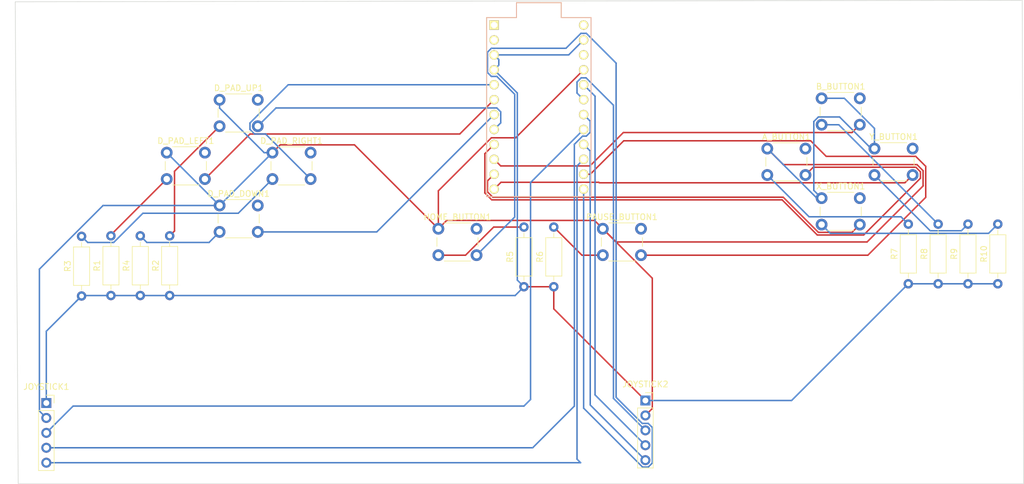
<source format=kicad_pcb>
(kicad_pcb (version 20221018) (generator pcbnew)
  (layers (0 "F.Cu" signal) (31 "B.Cu" signal) (34 "B.Paste" user) (35 "F.Paste" user) (36 "B.SilkS" user "B.Silkscreen") (37 "F.SilkS" user "F.Silkscreen") (38 "B.Mask" user) (39 "F.Mask" user) (44 "Edge.Cuts" user))
  (net 0 "")
  (net 1 "VCC")
  (net 2 "GND")
  (net 5 "/PIN_2")
  (net 6 "/PIN_3")
  (net 7 "/PIN_4")
  (net 8 "/PIN_5")
  (net 9 "/PIN_6")
  (net 10 "/PIN_7")
  (net 11 "/PIN_8")
  (net 12 "/PIN_9")
  (net 13 "/PIN_10")
  (net 14 "/PIN_16")
  (net 15 "/PIN_14")
  (net 16 "/PIN_15")
  (net 17 "/PIN_A0")
  (net 18 "/PIN_A1")
  (net 19 "/PIN_A2")
  (net 20 "/PIN_A3")
  (net 23 "Net-(A_BUTTON1-Pad2)")
  (net 24 "Net-(B_BUTTON1-Pad2)")
  (net 25 "Net-(D_PAD_DOWN1-Pad2)")
  (net 26 "Net-(D_PAD_LEFT1-Pad2)")
  (net 27 "Net-(D_PAD_RIGHT1-Pad2)")
  (net 28 "Net-(D_PAD_UP1-Pad2)")
  (net 29 "Net-(HOME_BUTTON1-Pad2)")
  (net 30 "Net-(PAUSE_BUTTON1-Pad2)")
  (net 31 "Net-(R9-Pad2)")
  (net 32 "Net-(R10-Pad2)")
  (footprint "Resistor_THT:R_Axial_DIN0207_L6.3mm_D2.5mm_P10.16mm_Horizontal" (layer "F.Cu") (at 72 70.16 90)
    (fp_text reference "R3" (at 5.08 -2.37 90) (layer "F.SilkS"))
    (fp_text value "R")
    (fp_line (start 1.04 0) (end 1.81 0) (stroke (width 0.12)) (layer "F.SilkS"))
    (fp_line (start 1.81 -1.37) (end 1.81 1.37) (stroke (width 0.12)) (layer "F.SilkS"))
    (fp_line (start 1.81 1.37) (end 8.35 1.37) (stroke (width 0.12)) (layer "F.SilkS"))
    (fp_line (start 8.35 -1.37) (end 1.81 -1.37) (stroke (width 0.12)) (layer "F.SilkS"))
    (fp_line (start 8.35 1.37) (end 8.35 -1.37) (stroke (width 0.12)) (layer "F.SilkS"))
    (fp_line (start 9.12 0) (end 8.35 0) (stroke (width 0.12)) (layer "F.SilkS"))
    (pad "1" thru_hole circle (at 0 0 90) (size 1.6 1.6) (drill 0.8) (layers "*.Cu" "*.Mask") (net 2 "GND"))
    (pad "2" thru_hole oval (at 10.16 0 90) (size 1.6 1.6) (drill 0.8) (layers "*.Cu" "*.Mask") (net 27 "Net-(D_PAD_RIGHT1-Pad2)"))
  )
  (footprint "Resistor_THT:R_Axial_DIN0207_L6.3mm_D2.5mm_P10.16mm_Horizontal" (layer "F.Cu") (at 217.84 68.08 90)
    (fp_text reference "R8" (at 5.08 -2.37 90) (layer "F.SilkS"))
    (fp_text value "R")
    (fp_line (start 1.04 0) (end 1.81 0) (stroke (width 0.12)) (layer "F.SilkS"))
    (fp_line (start 1.81 -1.37) (end 1.81 1.37) (stroke (width 0.12)) (layer "F.SilkS"))
    (fp_line (start 1.81 1.37) (end 8.35 1.37) (stroke (width 0.12)) (layer "F.SilkS"))
    (fp_line (start 8.35 -1.37) (end 1.81 -1.37) (stroke (width 0.12)) (layer "F.SilkS"))
    (fp_line (start 8.35 1.37) (end 8.35 -1.37) (stroke (width 0.12)) (layer "F.SilkS"))
    (fp_line (start 9.12 0) (end 8.35 0) (stroke (width 0.12)) (layer "F.SilkS"))
    (pad "1" thru_hole circle (at 0 0 90) (size 1.6 1.6) (drill 0.8) (layers "*.Cu" "*.Mask") (net 2 "GND"))
    (pad "2" thru_hole oval (at 10.16 0 90) (size 1.6 1.6) (drill 0.8) (layers "*.Cu" "*.Mask") (net 24 "Net-(B_BUTTON1-Pad2)"))
  )
  (footprint "controller:SW_PUSH_4_PIN" (layer "F.Cu") (at 160.75 58.71)
    (fp_text reference "PAUSE_BUTTON1" (at 3.25 -2) (layer "F.SilkS"))
    (fp_text value "1825910-6")
    (fp_line (start -0.25 1.5) (end -0.25 3) (stroke (width 0.12)) (layer "F.SilkS"))
    (fp_line (start 1 5.5) (end 5.5 5.5) (stroke (width 0.12)) (layer "F.SilkS"))
    (fp_line (start 5.5 -1) (end 1 -1) (stroke (width 0.12)) (layer "F.SilkS"))
    (fp_line (start 6.75 3) (end 6.75 1.5) (stroke (width 0.12)) (layer "F.SilkS"))
    (pad "1" thru_hole circle (at 0 0 90) (size 2 2) (drill 1.1) (layers "*.Cu" "*.Mask") (net 1 "VCC"))
    (pad "2" thru_hole circle (at 0 4.5 90) (size 2 2) (drill 1.1) (layers "*.Cu" "*.Mask") (net 30 "Net-(PAUSE_BUTTON1-Pad2)"))
    (pad "3" thru_hole circle (at 6.5 0 90) (size 2 2) (drill 1.1) (layers "*.Cu" "*.Mask"))
    (pad "4" thru_hole circle (at 6.5 4.5 90) (size 2 2) (drill 1.1) (layers "*.Cu" "*.Mask") (net 14 "/PIN_16"))
  )
  (footprint "controller:SW_PUSH_4_PIN" (layer "F.Cu") (at 95.5 36.75)
    (fp_text reference "D_PAD_UP1" (at 3.25 -2) (layer "F.SilkS"))
    (fp_text value "1825910-6")
    (fp_line (start -0.25 1.5) (end -0.25 3) (stroke (width 0.12)) (layer "F.SilkS"))
    (fp_line (start 1 5.5) (end 5.5 5.5) (stroke (width 0.12)) (layer "F.SilkS"))
    (fp_line (start 5.5 -1) (end 1 -1) (stroke (width 0.12)) (layer "F.SilkS"))
    (fp_line (start 6.75 3) (end 6.75 1.5) (stroke (width 0.12)) (layer "F.SilkS"))
    (pad "1" thru_hole circle (at 0 0 90) (size 2 2) (drill 1.1) (layers "*.Cu" "*.Mask") (net 1 "VCC"))
    (pad "2" thru_hole circle (at 0 4.5 90) (size 2 2) (drill 1.1) (layers "*.Cu" "*.Mask") (net 28 "Net-(D_PAD_UP1-Pad2)"))
    (pad "3" thru_hole circle (at 6.5 0 90) (size 2 2) (drill 1.1) (layers "*.Cu" "*.Mask"))
    (pad "4" thru_hole circle (at 6.5 4.5 90) (size 2 2) (drill 1.1) (layers "*.Cu" "*.Mask") (net 8 "/PIN_5"))
  )
  (footprint "Connector_PinSocket_2.54mm:PinSocket_1x05_P2.54mm_Vertical" (layer "F.Cu") (at 168 87.95)
    (fp_text reference "JOYSTICK2" (at 0 -2.77) (layer "F.SilkS"))
    (fp_text value "Conn_2Rows-05Pins")
    (fp_line (start -1.33 1.27) (end -1.33 11.49) (stroke (width 0.12)) (layer "F.SilkS"))
    (fp_line (start -1.33 1.27) (end 1.33 1.27) (stroke (width 0.12)) (layer "F.SilkS"))
    (fp_line (start -1.33 11.49) (end 1.33 11.49) (stroke (width 0.12)) (layer "F.SilkS"))
    (fp_line (start 0 -1.33) (end 1.33 -1.33) (stroke (width 0.12)) (layer "F.SilkS"))
    (fp_line (start 1.33 -1.33) (end 1.33 0) (stroke (width 0.12)) (layer "F.SilkS"))
    (fp_line (start 1.33 1.27) (end 1.33 11.49) (stroke (width 0.12)) (layer "F.SilkS"))
    (pad "1" thru_hole rect (at 0 0) (size 1.7 1.7) (drill 1) (layers "*.Cu" "*.Mask") (net 2 "GND"))
    (pad "2" thru_hole oval (at 0 2.54) (size 1.7 1.7) (drill 1) (layers "*.Cu" "*.Mask") (net 1 "VCC"))
    (pad "3" thru_hole oval (at 0 5.08) (size 1.7 1.7) (drill 1) (layers "*.Cu" "*.Mask") (net 19 "/PIN_A2"))
    (pad "4" thru_hole oval (at 0 7.62) (size 1.7 1.7) (drill 1) (layers "*.Cu" "*.Mask") (net 20 "/PIN_A3"))
    (pad "5" thru_hole oval (at 0 10.16) (size 1.7 1.7) (drill 1) (layers "*.Cu" "*.Mask") (net 16 "/PIN_15"))
  )
  (footprint "Arduino Pro Micro:ProMicro" (layer "F.Cu") (at 149.86 38 -90)
    (fp_text reference "U1" hide)
    (fp_text value "ProMicro")
    (fp_line (start -17.78 -3.81) (end -15.24 -3.81) (stroke (width 0.15)) (layer "B.SilkS"))
    (fp_line (start -17.78 3.81) (end -17.78 -3.81) (stroke (width 0.15)) (layer "B.SilkS"))
    (fp_line (start -15.24 -8.89) (end 15.24 -8.89) (stroke (width 0.15)) (layer "B.SilkS"))
    (fp_line (start -15.24 -3.81) (end -15.24 -8.89) (stroke (width 0.15)) (layer "B.SilkS"))
    (fp_line (start -15.24 3.81) (end -17.78 3.81) (stroke (width 0.15)) (layer "B.SilkS"))
    (fp_line (start -15.24 8.89) (end -15.24 3.81) (stroke (width 0.15)) (layer "B.SilkS"))
    (fp_line (start 15.24 -8.89) (end 15.24 8.89) (stroke (width 0.15)) (layer "B.SilkS"))
    (fp_line (start 15.24 8.89) (end -15.24 8.89) (stroke (width 0.15)) (layer "B.SilkS"))
    (fp_line (start -17.78 -3.81) (end -15.24 -3.81) (stroke (width 0.15)) (layer "F.SilkS"))
    (fp_line (start -17.78 3.81) (end -17.78 -3.81) (stroke (width 0.15)) (layer "F.SilkS"))
    (fp_line (start -15.24 -8.89) (end 15.24 -8.89) (stroke (width 0.15)) (layer "F.SilkS"))
    (fp_line (start -15.24 -3.81) (end -15.24 -8.89) (stroke (width 0.15)) (layer "F.SilkS"))
    (fp_line (start -15.24 3.81) (end -17.78 3.81) (stroke (width 0.15)) (layer "F.SilkS"))
    (fp_line (start -15.24 8.89) (end -15.24 3.81) (stroke (width 0.15)) (layer "F.SilkS"))
    (fp_line (start -15.24 8.89) (end 15.24 8.89) (stroke (width 0.15)) (layer "F.SilkS"))
    (fp_line (start 15.24 -8.89) (end 15.24 8.89) (stroke (width 0.15)) (layer "F.SilkS"))
    (pad "1" thru_hole rect (at -13.97 7.62 270) (size 1.6 1.6) (drill 1.1) (layers "*.Cu" "*.Mask" "F.SilkS"))
    (pad "2" thru_hole circle (at -11.43 7.62 270) (size 1.6 1.6) (drill 1.1) (layers "*.Cu" "*.Mask" "F.SilkS"))
    (pad "3" thru_hole circle (at -8.89 7.62 270) (size 1.6 1.6) (drill 1.1) (layers "*.Cu" "*.Mask" "F.SilkS") (net 2 "GND"))
    (pad "4" thru_hole circle (at -6.35 7.62 270) (size 1.6 1.6) (drill 1.1) (layers "*.Cu" "*.Mask" "F.SilkS") (net 2 "GND"))
    (pad "5" thru_hole circle (at -3.81 7.62 270) (size 1.6 1.6) (drill 1.1) (layers "*.Cu" "*.Mask" "F.SilkS") (net 5 "/PIN_2"))
    (pad "6" thru_hole circle (at -1.27 7.62 270) (size 1.6 1.6) (drill 1.1) (layers "*.Cu" "*.Mask" "F.SilkS") (net 6 "/PIN_3"))
    (pad "7" thru_hole circle (at 1.27 7.62 270) (size 1.6 1.6) (drill 1.1) (layers "*.Cu" "*.Mask" "F.SilkS") (net 7 "/PIN_4"))
    (pad "8" thru_hole circle (at 3.81 7.62 270) (size 1.6 1.6) (drill 1.1) (layers "*.Cu" "*.Mask" "F.SilkS") (net 8 "/PIN_5"))
    (pad "9" thru_hole circle (at 6.35 7.62 270) (size 1.6 1.6) (drill 1.1) (layers "*.Cu" "*.Mask" "F.SilkS") (net 9 "/PIN_6"))
    (pad "10" thru_hole circle (at 8.89 7.62 270) (size 1.6 1.6) (drill 1.1) (layers "*.Cu" "*.Mask" "F.SilkS") (net 10 "/PIN_7"))
    (pad "11" thru_hole circle (at 11.43 7.62 270) (size 1.6 1.6) (drill 1.1) (layers "*.Cu" "*.Mask" "F.SilkS") (net 11 "/PIN_8"))
    (pad "12" thru_hole circle (at 13.97 7.62 270) (size 1.6 1.6) (drill 1.1) (layers "*.Cu" "*.Mask" "F.SilkS") (net 12 "/PIN_9"))
    (pad "13" thru_hole circle (at 13.97 -7.62 270) (size 1.6 1.6) (drill 1.1) (layers "*.Cu" "*.Mask" "F.SilkS") (net 13 "/PIN_10"))
    (pad "14" thru_hole circle (at 11.43 -7.62 270) (size 1.6 1.6) (drill 1.1) (layers "*.Cu" "*.Mask" "F.SilkS") (net 14 "/PIN_16"))
    (pad "15" thru_hole circle (at 8.89 -7.62 270) (size 1.6 1.6) (drill 1.1) (layers "*.Cu" "*.Mask" "F.SilkS") (net 15 "/PIN_14"))
    (pad "16" thru_hole circle (at 6.35 -7.62 270) (size 1.6 1.6) (drill 1.1) (layers "*.Cu" "*.Mask" "F.SilkS") (net 16 "/PIN_15"))
    (pad "17" thru_hole circle (at 3.81 -7.62 270) (size 1.6 1.6) (drill 1.1) (layers "*.Cu" "*.Mask" "F.SilkS") (net 17 "/PIN_A0"))
    (pad "18" thru_hole circle (at 1.27 -7.62 270) (size 1.6 1.6) (drill 1.1) (layers "*.Cu" "*.Mask" "F.SilkS") (net 18 "/PIN_A1"))
    (pad "19" thru_hole circle (at -1.27 -7.62 270) (size 1.6 1.6) (drill 1.1) (layers "*.Cu" "*.Mask" "F.SilkS") (net 19 "/PIN_A2"))
    (pad "20" thru_hole circle (at -3.81 -7.62 270) (size 1.6 1.6) (drill 1.1) (layers "*.Cu" "*.Mask" "F.SilkS") (net 20 "/PIN_A3"))
    (pad "21" thru_hole circle (at -6.35 -7.62 270) (size 1.6 1.6) (drill 1.1) (layers "*.Cu" "*.Mask" "F.SilkS") (net 1 "VCC"))
    (pad "22" thru_hole circle (at -8.89 -7.62 270) (size 1.6 1.6) (drill 1.1) (layers "*.Cu" "*.Mask" "F.SilkS"))
    (pad "23" thru_hole circle (at -11.43 -7.62 270) (size 1.6 1.6) (drill 1.1) (layers "*.Cu" "*.Mask" "F.SilkS") (net 2 "GND"))
    (pad "24" thru_hole circle (at -13.97 -7.62 270) (size 1.6 1.6) (drill 1.1) (layers "*.Cu" "*.Mask" "F.SilkS"))
  )
  (footprint "Resistor_THT:R_Axial_DIN0207_L6.3mm_D2.5mm_P10.16mm_Horizontal" (layer "F.Cu") (at 212.76 68.08 90)
    (fp_text reference "R7" (at 5.08 -2.37 90) (layer "F.SilkS"))
    (fp_text value "R")
    (fp_line (start 1.04 0) (end 1.81 0) (stroke (width 0.12)) (layer "F.SilkS"))
    (fp_line (start 1.81 -1.37) (end 1.81 1.37) (stroke (width 0.12)) (layer "F.SilkS"))
    (fp_line (start 1.81 1.37) (end 8.35 1.37) (stroke (width 0.12)) (layer "F.SilkS"))
    (fp_line (start 8.35 -1.37) (end 1.81 -1.37) (stroke (width 0.12)) (layer "F.SilkS"))
    (fp_line (start 8.35 1.37) (end 8.35 -1.37) (stroke (width 0.12)) (layer "F.SilkS"))
    (fp_line (start 9.12 0) (end 8.35 0) (stroke (width 0.12)) (layer "F.SilkS"))
    (pad "1" thru_hole circle (at 0 0 90) (size 1.6 1.6) (drill 0.8) (layers "*.Cu" "*.Mask") (net 2 "GND"))
    (pad "2" thru_hole oval (at 10.16 0 90) (size 1.6 1.6) (drill 0.8) (layers "*.Cu" "*.Mask") (net 23 "Net-(A_BUTTON1-Pad2)"))
  )
  (footprint "Connector_PinSocket_2.54mm:PinSocket_1x05_P2.54mm_Vertical" (layer "F.Cu") (at 66 88.38)
    (fp_text reference "JOYSTICK1" (at 0 -2.77) (layer "F.SilkS"))
    (fp_text value "Conn_2Rows-05Pins")
    (fp_line (start -1.33 1.27) (end -1.33 11.49) (stroke (width 0.12)) (layer "F.SilkS"))
    (fp_line (start -1.33 1.27) (end 1.33 1.27) (stroke (width 0.12)) (layer "F.SilkS"))
    (fp_line (start -1.33 11.49) (end 1.33 11.49) (stroke (width 0.12)) (layer "F.SilkS"))
    (fp_line (start 0 -1.33) (end 1.33 -1.33) (stroke (width 0.12)) (layer "F.SilkS"))
    (fp_line (start 1.33 -1.33) (end 1.33 0) (stroke (width 0.12)) (layer "F.SilkS"))
    (fp_line (start 1.33 1.27) (end 1.33 11.49) (stroke (width 0.12)) (layer "F.SilkS"))
    (pad "1" thru_hole rect (at 0 0) (size 1.7 1.7) (drill 1) (layers "*.Cu" "*.Mask") (net 2 "GND"))
    (pad "2" thru_hole oval (at 0 2.54) (size 1.7 1.7) (drill 1) (layers "*.Cu" "*.Mask") (net 1 "VCC"))
    (pad "3" thru_hole oval (at 0 5.08) (size 1.7 1.7) (drill 1) (layers "*.Cu" "*.Mask") (net 17 "/PIN_A0"))
    (pad "4" thru_hole oval (at 0 7.62) (size 1.7 1.7) (drill 1) (layers "*.Cu" "*.Mask") (net 18 "/PIN_A1"))
    (pad "5" thru_hole oval (at 0 10.16) (size 1.7 1.7) (drill 1) (layers "*.Cu" "*.Mask") (net 15 "/PIN_14"))
  )
  (footprint "controller:SW_PUSH_4_PIN" (layer "F.Cu") (at 86.5 45.75)
    (fp_text reference "D_PAD_LEFT1" (at 3.25 -2) (layer "F.SilkS"))
    (fp_text value "1825910-6")
    (fp_line (start -0.25 1.5) (end -0.25 3) (stroke (width 0.12)) (layer "F.SilkS"))
    (fp_line (start 1 5.5) (end 5.5 5.5) (stroke (width 0.12)) (layer "F.SilkS"))
    (fp_line (start 5.5 -1) (end 1 -1) (stroke (width 0.12)) (layer "F.SilkS"))
    (fp_line (start 6.75 3) (end 6.75 1.5) (stroke (width 0.12)) (layer "F.SilkS"))
    (pad "1" thru_hole circle (at 0 0 90) (size 2 2) (drill 1.1) (layers "*.Cu" "*.Mask") (net 1 "VCC"))
    (pad "2" thru_hole circle (at 0 4.5 90) (size 2 2) (drill 1.1) (layers "*.Cu" "*.Mask") (net 26 "Net-(D_PAD_LEFT1-Pad2)"))
    (pad "3" thru_hole circle (at 6.5 0 90) (size 2 2) (drill 1.1) (layers "*.Cu" "*.Mask"))
    (pad "4" thru_hole circle (at 6.5 4.5 90) (size 2 2) (drill 1.1) (layers "*.Cu" "*.Mask") (net 6 "/PIN_3"))
  )
  (footprint "Resistor_THT:R_Axial_DIN0207_L6.3mm_D2.5mm_P10.16mm_Horizontal" (layer "F.Cu") (at 228 68.08 90)
    (fp_text reference "R10" (at 5.08 -2.37 90) (layer "F.SilkS"))
    (fp_text value "R")
    (fp_line (start 1.04 0) (end 1.81 0) (stroke (width 0.12)) (layer "F.SilkS"))
    (fp_line (start 1.81 -1.37) (end 1.81 1.37) (stroke (width 0.12)) (layer "F.SilkS"))
    (fp_line (start 1.81 1.37) (end 8.35 1.37) (stroke (width 0.12)) (layer "F.SilkS"))
    (fp_line (start 8.35 -1.37) (end 1.81 -1.37) (stroke (width 0.12)) (layer "F.SilkS"))
    (fp_line (start 8.35 1.37) (end 8.35 -1.37) (stroke (width 0.12)) (layer "F.SilkS"))
    (fp_line (start 9.12 0) (end 8.35 0) (stroke (width 0.12)) (layer "F.SilkS"))
    (pad "1" thru_hole circle (at 0 0 90) (size 1.6 1.6) (drill 0.8) (layers "*.Cu" "*.Mask") (net 2 "GND"))
    (pad "2" thru_hole oval (at 10.16 0 90) (size 1.6 1.6) (drill 0.8) (layers "*.Cu" "*.Mask") (net 32 "Net-(R10-Pad2)"))
  )
  (footprint "controller:SW_PUSH_4_PIN" (layer "F.Cu") (at 207 45.06)
    (fp_text reference "Y_BUTTON1" (at 3.25 -2) (layer "F.SilkS"))
    (fp_text value "1825910-6")
    (fp_line (start -0.25 1.5) (end -0.25 3) (stroke (width 0.12)) (layer "F.SilkS"))
    (fp_line (start 1 5.5) (end 5.5 5.5) (stroke (width 0.12)) (layer "F.SilkS"))
    (fp_line (start 5.5 -1) (end 1 -1) (stroke (width 0.12)) (layer "F.SilkS"))
    (fp_line (start 6.75 3) (end 6.75 1.5) (stroke (width 0.12)) (layer "F.SilkS"))
    (pad "1" thru_hole circle (at 0 0 90) (size 2 2) (drill 1.1) (layers "*.Cu" "*.Mask") (net 1 "VCC"))
    (pad "2" thru_hole circle (at 0 4.5 90) (size 2 2) (drill 1.1) (layers "*.Cu" "*.Mask") (net 31 "Net-(R9-Pad2)"))
    (pad "3" thru_hole circle (at 6.5 0 90) (size 2 2) (drill 1.1) (layers "*.Cu" "*.Mask"))
    (pad "4" thru_hole circle (at 6.5 4.5 90) (size 2 2) (drill 1.1) (layers "*.Cu" "*.Mask") (net 12 "/PIN_9"))
  )
  (footprint "Resistor_THT:R_Axial_DIN0207_L6.3mm_D2.5mm_P10.16mm_Horizontal" (layer "F.Cu") (at 147.32 68.58 90)
    (fp_text reference "R5" (at 5.08 -2.37 90) (layer "F.SilkS"))
    (fp_text value "R")
    (fp_line (start 1.04 0) (end 1.81 0) (stroke (width 0.12)) (layer "F.SilkS"))
    (fp_line (start 1.81 -1.37) (end 1.81 1.37) (stroke (width 0.12)) (layer "F.SilkS"))
    (fp_line (start 1.81 1.37) (end 8.35 1.37) (stroke (width 0.12)) (layer "F.SilkS"))
    (fp_line (start 8.35 -1.37) (end 1.81 -1.37) (stroke (width 0.12)) (layer "F.SilkS"))
    (fp_line (start 8.35 1.37) (end 8.35 -1.37) (stroke (width 0.12)) (layer "F.SilkS"))
    (fp_line (start 9.12 0) (end 8.35 0) (stroke (width 0.12)) (layer "F.SilkS"))
    (pad "1" thru_hole circle (at 0 0 90) (size 1.6 1.6) (drill 0.8) (layers "*.Cu" "*.Mask") (net 2 "GND"))
    (pad "2" thru_hole oval (at 10.16 0 90) (size 1.6 1.6) (drill 0.8) (layers "*.Cu" "*.Mask") (net 29 "Net-(HOME_BUTTON1-Pad2)"))
  )
  (footprint "controller:SW_PUSH_4_PIN" (layer "F.Cu") (at 104.5 45.75)
    (fp_text reference "D_PAD_RIGHT1" (at 3.25 -2) (layer "F.SilkS"))
    (fp_text value "1825910-6")
    (fp_line (start -0.25 1.5) (end -0.25 3) (stroke (width 0.12)) (layer "F.SilkS"))
    (fp_line (start 1 5.5) (end 5.5 5.5) (stroke (width 0.12)) (layer "F.SilkS"))
    (fp_line (start 5.5 -1) (end 1 -1) (stroke (width 0.12)) (layer "F.SilkS"))
    (fp_line (start 6.75 3) (end 6.75 1.5) (stroke (width 0.12)) (layer "F.SilkS"))
    (pad "1" thru_hole circle (at 0 0 90) (size 2 2) (drill 1.1) (layers "*.Cu" "*.Mask") (net 1 "VCC"))
    (pad "2" thru_hole circle (at 0 4.5 90) (size 2 2) (drill 1.1) (layers "*.Cu" "*.Mask") (net 27 "Net-(D_PAD_RIGHT1-Pad2)"))
    (pad "3" thru_hole circle (at 6.5 0 90) (size 2 2) (drill 1.1) (layers "*.Cu" "*.Mask"))
    (pad "4" thru_hole circle (at 6.5 4.5 90) (size 2 2) (drill 1.1) (layers "*.Cu" "*.Mask") (net 5 "/PIN_2"))
  )
  (footprint "Resistor_THT:R_Axial_DIN0207_L6.3mm_D2.5mm_P10.16mm_Horizontal" (layer "F.Cu") (at 152.4 68.58 90)
    (fp_text reference "R6" (at 5.08 -2.37 90) (layer "F.SilkS"))
    (fp_text value "R")
    (fp_line (start 1.04 0) (end 1.81 0) (stroke (width 0.12)) (layer "F.SilkS"))
    (fp_line (start 1.81 -1.37) (end 1.81 1.37) (stroke (width 0.12)) (layer "F.SilkS"))
    (fp_line (start 1.81 1.37) (end 8.35 1.37) (stroke (width 0.12)) (layer "F.SilkS"))
    (fp_line (start 8.35 -1.37) (end 1.81 -1.37) (stroke (width 0.12)) (layer "F.SilkS"))
    (fp_line (start 8.35 1.37) (end 8.35 -1.37) (stroke (width 0.12)) (layer "F.SilkS"))
    (fp_line (start 9.12 0) (end 8.35 0) (stroke (width 0.12)) (layer "F.SilkS"))
    (pad "1" thru_hole circle (at 0 0 90) (size 1.6 1.6) (drill 0.8) (layers "*.Cu" "*.Mask") (net 2 "GND"))
    (pad "2" thru_hole oval (at 10.16 0 90) (size 1.6 1.6) (drill 0.8) (layers "*.Cu" "*.Mask") (net 30 "Net-(PAUSE_BUTTON1-Pad2)"))
  )
  (footprint "controller:SW_PUSH_4_PIN" (layer "F.Cu") (at 198 36.5)
    (fp_text reference "B_BUTTON1" (at 3.25 -2) (layer "F.SilkS"))
    (fp_text value "1825910-6")
    (fp_line (start -0.25 1.5) (end -0.25 3) (stroke (width 0.12)) (layer "F.SilkS"))
    (fp_line (start 1 5.5) (end 5.5 5.5) (stroke (width 0.12)) (layer "F.SilkS"))
    (fp_line (start 5.5 -1) (end 1 -1) (stroke (width 0.12)) (layer "F.SilkS"))
    (fp_line (start 6.75 3) (end 6.75 1.5) (stroke (width 0.12)) (layer "F.SilkS"))
    (pad "1" thru_hole circle (at 0 0 90) (size 2 2) (drill 1.1) (layers "*.Cu" "*.Mask") (net 1 "VCC"))
    (pad "2" thru_hole circle (at 0 4.5 90) (size 2 2) (drill 1.1) (layers "*.Cu" "*.Mask") (net 24 "Net-(B_BUTTON1-Pad2)"))
    (pad "3" thru_hole circle (at 6.5 0 90) (size 2 2) (drill 1.1) (layers "*.Cu" "*.Mask"))
    (pad "4" thru_hole circle (at 6.5 4.5 90) (size 2 2) (drill 1.1) (layers "*.Cu" "*.Mask") (net 10 "/PIN_7"))
  )
  (footprint "controller:SW_PUSH_4_PIN" (layer "F.Cu") (at 188.75 45.06)
    (fp_text reference "A_BUTTON1" (at 3.25 -2) (layer "F.SilkS"))
    (fp_text value "1825910-6")
    (fp_line (start -0.25 1.5) (end -0.25 3) (stroke (width 0.12)) (layer "F.SilkS"))
    (fp_line (start 1 5.5) (end 5.5 5.5) (stroke (width 0.12)) (layer "F.SilkS"))
    (fp_line (start 5.5 -1) (end 1 -1) (stroke (width 0.12)) (layer "F.SilkS"))
    (fp_line (start 6.75 3) (end 6.75 1.5) (stroke (width 0.12)) (layer "F.SilkS"))
    (pad "1" thru_hole circle (at 0 0 90) (size 2 2) (drill 1.1) (layers "*.Cu" "*.Mask") (net 1 "VCC"))
    (pad "2" thru_hole circle (at 0 4.5 90) (size 2 2) (drill 1.1) (layers "*.Cu" "*.Mask") (net 23 "Net-(A_BUTTON1-Pad2)"))
    (pad "3" thru_hole circle (at 6.5 0 90) (size 2 2) (drill 1.1) (layers "*.Cu" "*.Mask"))
    (pad "4" thru_hole circle (at 6.5 4.5 90) (size 2 2) (drill 1.1) (layers "*.Cu" "*.Mask") (net 9 "/PIN_6"))
  )
  (footprint "Resistor_THT:R_Axial_DIN0207_L6.3mm_D2.5mm_P10.16mm_Horizontal" (layer "F.Cu") (at 87 70.08 90)
    (fp_text reference "R2" (at 5.08 -2.37 90) (layer "F.SilkS"))
    (fp_text value "R")
    (fp_line (start 1.04 0) (end 1.81 0) (stroke (width 0.12)) (layer "F.SilkS"))
    (fp_line (start 1.81 -1.37) (end 1.81 1.37) (stroke (width 0.12)) (layer "F.SilkS"))
    (fp_line (start 1.81 1.37) (end 8.35 1.37) (stroke (width 0.12)) (layer "F.SilkS"))
    (fp_line (start 8.35 -1.37) (end 1.81 -1.37) (stroke (width 0.12)) (layer "F.SilkS"))
    (fp_line (start 8.35 1.37) (end 8.35 -1.37) (stroke (width 0.12)) (layer "F.SilkS"))
    (fp_line (start 9.12 0) (end 8.35 0) (stroke (width 0.12)) (layer "F.SilkS"))
    (pad "1" thru_hole circle (at 0 0 90) (size 1.6 1.6) (drill 0.8) (layers "*.Cu" "*.Mask") (net 2 "GND"))
    (pad "2" thru_hole oval (at 10.16 0 90) (size 1.6 1.6) (drill 0.8) (layers "*.Cu" "*.Mask") (net 28 "Net-(D_PAD_UP1-Pad2)"))
  )
  (footprint "Resistor_THT:R_Axial_DIN0207_L6.3mm_D2.5mm_P10.16mm_Horizontal" (layer "F.Cu") (at 82 70.08 90)
    (fp_text reference "R4" (at 5.08 -2.37 90) (layer "F.SilkS"))
    (fp_text value "R")
    (fp_line (start 1.04 0) (end 1.81 0) (stroke (width 0.12)) (layer "F.SilkS"))
    (fp_line (start 1.81 -1.37) (end 1.81 1.37) (stroke (width 0.12)) (layer "F.SilkS"))
    (fp_line (start 1.81 1.37) (end 8.35 1.37) (stroke (width 0.12)) (layer "F.SilkS"))
    (fp_line (start 8.35 -1.37) (end 1.81 -1.37) (stroke (width 0.12)) (layer "F.SilkS"))
    (fp_line (start 8.35 1.37) (end 8.35 -1.37) (stroke (width 0.12)) (layer "F.SilkS"))
    (fp_line (start 9.12 0) (end 8.35 0) (stroke (width 0.12)) (layer "F.SilkS"))
    (pad "1" thru_hole circle (at 0 0 90) (size 1.6 1.6) (drill 0.8) (layers "*.Cu" "*.Mask") (net 2 "GND"))
    (pad "2" thru_hole oval (at 10.16 0 90) (size 1.6 1.6) (drill 0.8) (layers "*.Cu" "*.Mask") (net 25 "Net-(D_PAD_DOWN1-Pad2)"))
  )
  (footprint "controller:SW_PUSH_4_PIN" (layer "F.Cu") (at 95.5 54.75)
    (fp_text reference "D_PAD_DOWN1" (at 3.25 -2) (layer "F.SilkS"))
    (fp_text value "1825910-6")
    (fp_line (start -0.25 1.5) (end -0.25 3) (stroke (width 0.12)) (layer "F.SilkS"))
    (fp_line (start 1 5.5) (end 5.5 5.5) (stroke (width 0.12)) (layer "F.SilkS"))
    (fp_line (start 5.5 -1) (end 1 -1) (stroke (width 0.12)) (layer "F.SilkS"))
    (fp_line (start 6.75 3) (end 6.75 1.5) (stroke (width 0.12)) (layer "F.SilkS"))
    (pad "1" thru_hole circle (at 0 0 90) (size 2 2) (drill 1.1) (layers "*.Cu" "*.Mask") (net 1 "VCC"))
    (pad "2" thru_hole circle (at 0 4.5 90) (size 2 2) (drill 1.1) (layers "*.Cu" "*.Mask") (net 25 "Net-(D_PAD_DOWN1-Pad2)"))
    (pad "3" thru_hole circle (at 6.5 0 90) (size 2 2) (drill 1.1) (layers "*.Cu" "*.Mask"))
    (pad "4" thru_hole circle (at 6.5 4.5 90) (size 2 2) (drill 1.1) (layers "*.Cu" "*.Mask") (net 7 "/PIN_4"))
  )
  (footprint "Resistor_THT:R_Axial_DIN0207_L6.3mm_D2.5mm_P10.16mm_Horizontal" (layer "F.Cu") (at 77 70.08 90)
    (fp_text reference "R1" (at 5.08 -2.37 90) (layer "F.SilkS"))
    (fp_text value "R")
    (fp_line (start 1.04 0) (end 1.81 0) (stroke (width 0.12)) (layer "F.SilkS"))
    (fp_line (start 1.81 -1.37) (end 1.81 1.37) (stroke (width 0.12)) (layer "F.SilkS"))
    (fp_line (start 1.81 1.37) (end 8.35 1.37) (stroke (width 0.12)) (layer "F.SilkS"))
    (fp_line (start 8.35 -1.37) (end 1.81 -1.37) (stroke (width 0.12)) (layer "F.SilkS"))
    (fp_line (start 8.35 1.37) (end 8.35 -1.37) (stroke (width 0.12)) (layer "F.SilkS"))
    (fp_line (start 9.12 0) (end 8.35 0) (stroke (width 0.12)) (layer "F.SilkS"))
    (pad "1" thru_hole circle (at 0 0 90) (size 1.6 1.6) (drill 0.8) (layers "*.Cu" "*.Mask") (net 2 "GND"))
    (pad "2" thru_hole oval (at 10.16 0 90) (size 1.6 1.6) (drill 0.8) (layers "*.Cu" "*.Mask") (net 26 "Net-(D_PAD_LEFT1-Pad2)"))
  )
  (footprint "Resistor_THT:R_Axial_DIN0207_L6.3mm_D2.5mm_P10.16mm_Horizontal" (layer "F.Cu") (at 222.92 68.08 90)
    (fp_text reference "R9" (at 5.08 -2.37 90) (layer "F.SilkS"))
    (fp_text value "R")
    (fp_line (start 1.04 0) (end 1.81 0) (stroke (width 0.12)) (layer "F.SilkS"))
    (fp_line (start 1.81 -1.37) (end 1.81 1.37) (stroke (width 0.12)) (layer "F.SilkS"))
    (fp_line (start 1.81 1.37) (end 8.35 1.37) (stroke (width 0.12)) (layer "F.SilkS"))
    (fp_line (start 8.35 -1.37) (end 1.81 -1.37) (stroke (width 0.12)) (layer "F.SilkS"))
    (fp_line (start 8.35 1.37) (end 8.35 -1.37) (stroke (width 0.12)) (layer "F.SilkS"))
    (fp_line (start 9.12 0) (end 8.35 0) (stroke (width 0.12)) (layer "F.SilkS"))
    (pad "1" thru_hole circle (at 0 0 90) (size 1.6 1.6) (drill 0.8) (layers "*.Cu" "*.Mask") (net 2 "GND"))
    (pad "2" thru_hole oval (at 10.16 0 90) (size 1.6 1.6) (drill 0.8) (layers "*.Cu" "*.Mask") (net 31 "Net-(R9-Pad2)"))
  )
  (footprint "controller:SW_PUSH_4_PIN" (layer "F.Cu") (at 132.75 58.71)
    (fp_text reference "HOME_BUTTON1" (at 3.25 -2) (layer "F.SilkS"))
    (fp_text value "1825910-6")
    (fp_line (start -0.25 1.5) (end -0.25 3) (stroke (width 0.12)) (layer "F.SilkS"))
    (fp_line (start 1 5.5) (end 5.5 5.5) (stroke (width 0.12)) (layer "F.SilkS"))
    (fp_line (start 5.5 -1) (end 1 -1) (stroke (width 0.12)) (layer "F.SilkS"))
    (fp_line (start 6.75 3) (end 6.75 1.5) (stroke (width 0.12)) (layer "F.SilkS"))
    (pad "1" thru_hole circle (at 0 0 90) (size 2 2) (drill 1.1) (layers "*.Cu" "*.Mask") (net 1 "VCC"))
    (pad "2" thru_hole circle (at 0 4.5 90) (size 2 2) (drill 1.1) (layers "*.Cu" "*.Mask") (net 29 "Net-(HOME_BUTTON1-Pad2)"))
    (pad "3" thru_hole circle (at 6.5 0 90) (size 2 2) (drill 1.1) (layers "*.Cu" "*.Mask"))
    (pad "4" thru_hole circle (at 6.5 4.5 90) (size 2 2) (drill 1.1) (layers "*.Cu" "*.Mask") (net 13 "/PIN_10"))
  )
  (footprint "controller:SW_PUSH_4_PIN" (layer "F.Cu") (at 198 53.5)
    (fp_text reference "X_BUTTON1" (at 3.25 -2) (layer "F.SilkS"))
    (fp_text value "1825910-6")
    (fp_line (start -0.25 1.5) (end -0.25 3) (stroke (width 0.12)) (layer "F.SilkS"))
    (fp_line (start 1 5.5) (end 5.5 5.5) (stroke (width 0.12)) (layer "F.SilkS"))
    (fp_line (start 5.5 -1) (end 1 -1) (stroke (width 0.12)) (layer "F.SilkS"))
    (fp_line (start 6.75 3) (end 6.75 1.5) (stroke (width 0.12)) (layer "F.SilkS"))
    (pad "1" thru_hole circle (at 0 0 90) (size 2 2) (drill 1.1) (layers "*.Cu" "*.Mask") (net 1 "VCC"))
    (pad "2" thru_hole circle (at 0 4.5 90) (size 2 2) (drill 1.1) (layers "*.Cu" "*.Mask") (net 32 "Net-(R10-Pad2)"))
    (pad "3" thru_hole circle (at 6.5 0 90) (size 2 2) (drill 1.1) (layers "*.Cu" "*.Mask"))
    (pad "4" thru_hole circle (at 6.5 4.5 90) (size 2 2) (drill 1.1) (layers "*.Cu" "*.Mask") (net 11 "/PIN_8"))
  )
  (gr_poly (pts (xy 232.41 102.108) (xy 232.156 19.812) (xy 60.706 20.066) (xy 61.214 102.108)) (stroke (width 0.1)) (fill none) (layer "Edge.Cuts"))
  (segment (start 145.905 43.225) (end 157.48 31.65) (width 0.25) (layer "F.Cu") (net 1))
  (segment (start 214.235229 47.785) (end 215.275 48.824771) (width 0.25) (layer "F.Cu") (net 1))
  (segment (start 169.175 89.315) (end 169.175 67.135) (width 0.25) (layer "F.Cu") (net 1))
  (segment (start 104.5 45.75) (end 105.825 44.425) (width 0.25) (layer "F.Cu") (net 1))
  (segment (start 160.75 58.71) (end 159.335 57.295) (width 0.25) (layer "F.Cu") (net 1))
  (segment (start 134.165 57.295) (end 132.75 58.71) (width 0.25) (layer "F.Cu") (net 1))
  (segment (start 188.75 45.06) (end 191.475 47.785) (width 0.25) (layer "F.Cu") (net 1))
  (segment (start 191.475 47.785) (end 214.235229 47.785) (width 0.25) (layer "F.Cu") (net 1))
  (segment (start 168 90.49) (end 169.175 89.315) (width 0.25) (layer "F.Cu") (net 1))
  (segment (start 132.75 52.249009) (end 141.774009 43.225) (width 0.25) (layer "F.Cu") (net 1))
  (segment (start 159.335 57.295) (end 134.165 57.295) (width 0.25) (layer "F.Cu") (net 1))
  (segment (start 215.275 51.425) (end 205.74 60.96) (width 0.25) (layer "F.Cu") (net 1))
  (segment (start 215.275 48.824771) (end 215.275 51.425) (width 0.25) (layer "F.Cu") (net 1))
  (segment (start 141.774009 43.225) (end 145.905 43.225) (width 0.25) (layer "F.Cu") (net 1))
  (segment (start 169.175 67.135) (end 160.75 58.71) (width 0.25) (layer "F.Cu") (net 1))
  (segment (start 163 60.96) (end 160.75 58.71) (width 0.25) (layer "F.Cu") (net 1))
  (segment (start 118.465 44.425) (end 132.75 58.71) (width 0.25) (layer "F.Cu") (net 1))
  (segment (start 132.75 58.71) (end 132.75 52.249009) (width 0.25) (layer "F.Cu") (net 1))
  (segment (start 205.74 60.96) (end 163 60.96) (width 0.25) (layer "F.Cu") (net 1))
  (segment (start 105.825 44.425) (end 118.465 44.425) (width 0.25) (layer "F.Cu") (net 1))
  (segment (start 66 90.92) (end 64.825 89.745) (width 0.25) (layer "B.Cu") (net 1))
  (segment (start 64.825 89.745) (end 64.825 65.584009) (width 0.25) (layer "B.Cu") (net 1))
  (segment (start 201.873833 36.5) (end 198 36.5) (width 0.25) (layer "B.Cu") (net 1))
  (segment (start 188.75 45.06) (end 197.19 53.5) (width 0.25) (layer "B.Cu") (net 1))
  (segment (start 206.44 45.06) (end 207 45.06) (width 0.25) (layer "B.Cu") (net 1))
  (segment (start 198 53.5) (end 196.675 52.175) (width 0.25) (layer "B.Cu") (net 1))
  (segment (start 75.659009 54.75) (end 95.5 54.75) (width 0.25) (layer "B.Cu") (net 1))
  (segment (start 196.675 52.175) (end 196.675 40.451167) (width 0.25) (layer "B.Cu") (net 1))
  (segment (start 95.5 54.75) (end 104.5 45.75) (width 0.25) (layer "B.Cu") (net 1))
  (segment (start 95.5 38.164213) (end 95.5 36.75) (width 0.25) (layer "B.Cu") (net 1))
  (segment (start 197.451167 39.675) (end 201.055 39.675) (width 0.25) (layer "B.Cu") (net 1))
  (segment (start 64.825 65.584009) (end 75.659009 54.75) (width 0.25) (layer "B.Cu") (net 1))
  (segment (start 197.19 53.5) (end 198 53.5) (width 0.25) (layer "B.Cu") (net 1))
  (segment (start 104.5 45.75) (end 103.085787 45.75) (width 0.25) (layer "B.Cu") (net 1))
  (segment (start 207 45.06) (end 207 41.626167) (width 0.25) (layer "B.Cu") (net 1))
  (segment (start 86.5 45.75) (end 95.5 54.75) (width 0.25) (layer "B.Cu") (net 1))
  (segment (start 103.085787 45.75) (end 95.5 38.164213) (width 0.25) (layer "B.Cu") (net 1))
  (segment (start 207 41.626167) (end 201.873833 36.5) (width 0.25) (layer "B.Cu") (net 1))
  (segment (start 201.055 39.675) (end 206.44 45.06) (width 0.25) (layer "B.Cu") (net 1))
  (segment (start 196.675 40.451167) (end 197.451167 39.675) (width 0.25) (layer "B.Cu") (net 1))
  (segment (start 147.32 68.58) (end 152.4 68.58) (width 0.25) (layer "F.Cu") (net 2))
  (segment (start 152.4 68.58) (end 152.4 72.35) (width 0.25) (layer "F.Cu") (net 2))
  (segment (start 152.4 72.35) (end 168 87.95) (width 0.25) (layer "F.Cu") (net 2))
  (segment (start 71.08 71.08) (end 72 70.16) (width 0.25) (layer "B.Cu") (net 2))
  (segment (start 66 88.38) (end 66 76.16) (width 0.25) (layer "B.Cu") (net 2))
  (segment (start 145.82 70.08) (end 147.32 68.58) (width 0.25) (layer "B.Cu") (net 2))
  (segment (start 142.24 31.65) (end 143.039999 30.850001) (width 0.25) (layer "B.Cu") (net 2))
  (segment (start 154.94 29.11) (end 157.48 26.57) (width 0.25) (layer "B.Cu") (net 2))
  (segment (start 192.89 87.95) (end 212.76 68.08) (width 0.25) (layer "B.Cu") (net 2))
  (segment (start 87 70.08) (end 145.82 70.08) (width 0.25) (layer "B.Cu") (net 2))
  (segment (start 143.039999 30.850001) (end 143.039999 29.909999) (width 0.25) (layer "B.Cu") (net 2))
  (segment (start 212.76 68.08) (end 228 68.08) (width 0.25) (layer "B.Cu") (net 2))
  (segment (start 146.195 35.605) (end 142.24 31.65) (width 0.25) (layer "B.Cu") (net 2))
  (segment (start 143.039999 29.909999) (end 142.24 29.11) (width 0.25) (layer "B.Cu") (net 2))
  (segment (start 146.195 67.455) (end 146.195 35.605) (width 0.25) (layer "B.Cu") (net 2))
  (segment (start 168 87.95) (end 192.89 87.95) (width 0.25) (layer "B.Cu") (net 2))
  (segment (start 147.32 68.58) (end 146.195 67.455) (width 0.25) (layer "B.Cu") (net 2))
  (segment (start 71.08 71.08) (end 72.08 70.08) (width 0.25) (layer "B.Cu") (net 2))
  (segment (start 66 76.16) (end 71.08 71.08) (width 0.25) (layer "B.Cu") (net 2))
  (segment (start 142.24 29.11) (end 154.94 29.11) (width 0.25) (layer "B.Cu") (net 2))
  (segment (start 72.08 70.08) (end 87 70.08) (width 0.25) (layer "B.Cu") (net 2))
  (segment (start 103.325 42.575) (end 101.451167 42.575) (width 0.25) (layer "B.Cu") (net 5))
  (segment (start 100.675 41.798833) (end 100.675 40.701167) (width 0.25) (layer "B.Cu") (net 5))
  (segment (start 107.186167 34.19) (end 142.24 34.19) (width 0.25) (layer "B.Cu") (net 5))
  (segment (start 111 50.25) (end 103.325 42.575) (width 0.25) (layer "B.Cu") (net 5))
  (segment (start 100.675 40.701167) (end 107.186167 34.19) (width 0.25) (layer "B.Cu") (net 5))
  (segment (start 101.451167 42.575) (end 100.675 41.798833) (width 0.25) (layer "B.Cu") (net 5))
  (segment (start 136.395 42.575) (end 142.24 36.73) (width 0.25) (layer "F.Cu") (net 6))
  (segment (start 93 50.25) (end 100.675 42.575) (width 0.25) (layer "F.Cu") (net 6))
  (segment (start 100.675 42.575) (end 136.395 42.575) (width 0.25) (layer "F.Cu") (net 6))
  (segment (start 102 59.25) (end 122.26 59.25) (width 0.25) (layer "B.Cu") (net 7))
  (segment (start 122.26 59.25) (end 142.24 39.27) (width 0.25) (layer "B.Cu") (net 7))
  (segment (start 142.705991 38.145) (end 143.365 38.804009) (width 0.25) (layer "B.Cu") (net 8))
  (segment (start 105.105 38.145) (end 142.705991 38.145) (width 0.25) (layer "B.Cu") (net 8))
  (segment (start 102 41.25) (end 105.105 38.145) (width 0.25) (layer "B.Cu") (net 8))
  (segment (start 143.365 40.685) (end 142.24 41.81) (width 0.25) (layer "B.Cu") (net 8))
  (segment (start 143.365 38.804009) (end 143.365 40.685) (width 0.25) (layer "B.Cu") (net 8))
  (segment (start 196.575 48.235) (end 214.048833 48.235) (width 0.25) (layer "F.Cu") (net 9))
  (segment (start 141.832613 53.79) (end 140.665 52.622387) (width 0.25) (layer "F.Cu") (net 9))
  (segment (start 197.264771 59.775) (end 191.279771 53.79) (width 0.25) (layer "F.Cu") (net 9))
  (segment (start 140.665 52.622387) (end 140.665 45.925) (width 0.25) (layer "F.Cu") (net 9))
  (segment (start 191.279771 53.79) (end 141.832613 53.79) (width 0.25) (layer "F.Cu") (net 9))
  (segment (start 214.825 49.011167) (end 214.825 50.108833) (width 0.25) (layer "F.Cu") (net 9))
  (segment (start 140.665 45.925) (end 142.24 44.35) (width 0.25) (layer "F.Cu") (net 9))
  (segment (start 214.048833 48.235) (end 214.825 49.011167) (width 0.25) (layer "F.Cu") (net 9))
  (segment (start 195.25 49.56) (end 196.575 48.235) (width 0.25) (layer "F.Cu") (net 9))
  (segment (start 214.825 50.108833) (end 205.158833 59.775) (width 0.25) (layer "F.Cu") (net 9))
  (segment (start 205.158833 59.775) (end 197.264771 59.775) (width 0.25) (layer "F.Cu") (net 9))
  (segment (start 143.365 48.015) (end 142.24 46.89) (width 0.25) (layer "F.Cu") (net 10))
  (segment (start 158.555 48.015) (end 143.365 48.015) (width 0.25) (layer "F.Cu") (net 10))
  (segment (start 203.175 42.325) (end 164.245 42.325) (width 0.25) (layer "F.Cu") (net 10))
  (segment (start 164.245 42.325) (end 158.555 48.015) (width 0.25) (layer "F.Cu") (net 10))
  (segment (start 204.5 41) (end 203.175 42.325) (width 0.25) (layer "F.Cu") (net 10))
  (segment (start 141.115 50.555) (end 142.24 49.43) (width 0.25) (layer "F.Cu") (net 11))
  (segment (start 203.175 59.325) (end 197.451167 59.325) (width 0.25) (layer "F.Cu") (net 11))
  (segment (start 142.019009 53.34) (end 141.115 52.435991) (width 0.25) (layer "F.Cu") (net 11))
  (segment (start 191.466167 53.34) (end 142.019009 53.34) (width 0.25) (layer "F.Cu") (net 11))
  (segment (start 204.5 58) (end 203.175 59.325) (width 0.25) (layer "F.Cu") (net 11))
  (segment (start 141.115 52.435991) (end 141.115 50.555) (width 0.25) (layer "F.Cu") (net 11))
  (segment (start 197.451167 59.325) (end 191.466167 53.34) (width 0.25) (layer "F.Cu") (net 11))
  (segment (start 160.070991 50.8) (end 143.41 50.8) (width 0.25) (layer "F.Cu") (net 12))
  (segment (start 213.5 49.56) (end 212.175 50.885) (width 0.25) (layer "F.Cu") (net 12))
  (segment (start 160.155991 50.885) (end 160.070991 50.8) (width 0.25) (layer "F.Cu") (net 12))
  (segment (start 143.41 50.8) (end 142.24 51.97) (width 0.25) (layer "F.Cu") (net 12))
  (segment (start 212.175 50.885) (end 160.155991 50.885) (width 0.25) (layer "F.Cu") (net 12))
  (segment (start 169.175 92.543299) (end 169.175 98.596701) (width 0.25) (layer "B.Cu") (net 13))
  (segment (start 157.945991 25.445) (end 163.01 30.509009) (width 0.25) (layer "B.Cu") (net 13))
  (segment (start 141.115 28.644009) (end 141.774009 27.985) (width 0.25) (layer "B.Cu") (net 13))
  (segment (start 154.474009 27.985) (end 157.014009 25.445) (width 0.25) (layer "B.Cu") (net 13))
  (segment (start 168.486701 91.855) (end 169.175 92.543299) (width 0.25) (layer "B.Cu") (net 13))
  (segment (start 142.705991 32.775) (end 141.774009 32.775) (width 0.25) (layer "B.Cu") (net 13))
  (segment (start 145.745 35.814009) (end 142.705991 32.775) (width 0.25) (layer "B.Cu") (net 13))
  (segment (start 157.014009 25.445) (end 157.945991 25.445) (width 0.25) (layer "B.Cu") (net 13))
  (segment (start 141.774009 32.775) (end 141.115 32.115991) (width 0.25) (layer "B.Cu") (net 13))
  (segment (start 141.774009 27.985) (end 154.474009 27.985) (width 0.25) (layer "B.Cu") (net 13))
  (segment (start 145.745 56.715) (end 145.745 35.814009) (width 0.25) (layer "B.Cu") (net 13))
  (segment (start 163.01 87.403604) (end 167.461396 91.855) (width 0.25) (layer "B.Cu") (net 13))
  (segment (start 169.175 98.596701) (end 168.486701 99.285) (width 0.25) (layer "B.Cu") (net 13))
  (segment (start 167.513299 99.285) (end 157.48 89.251701) (width 0.25) (layer "B.Cu") (net 13))
  (segment (start 139.25 63.21) (end 145.745 56.715) (width 0.25) (layer "B.Cu") (net 13))
  (segment (start 157.48 89.251701) (end 157.48 51.97) (width 0.25) (layer "B.Cu") (net 13))
  (segment (start 168.486701 99.285) (end 167.513299 99.285) (width 0.25) (layer "B.Cu") (net 13))
  (segment (start 167.461396 91.855) (end 168.486701 91.855) (width 0.25) (layer "B.Cu") (net 13))
  (segment (start 141.115 32.115991) (end 141.115 28.644009) (width 0.25) (layer "B.Cu") (net 13))
  (segment (start 163.01 30.509009) (end 163.01 87.403604) (width 0.25) (layer "B.Cu") (net 13))
  (segment (start 196.135 43.735) (end 164.30637 43.735) (width 0.25) (layer "F.Cu") (net 14))
  (segment (start 158.61137 49.43) (end 157.48 49.43) (width 0.25) (layer "F.Cu") (net 14))
  (segment (start 198.785 46.385) (end 196.135 43.735) (width 0.25) (layer "F.Cu") (net 14))
  (segment (start 214.025 46.385) (end 198.785 46.385) (width 0.25) (layer "F.Cu") (net 14))
  (segment (start 167.25 63.21) (end 205.879009 63.21) (width 0.25) (layer "F.Cu") (net 14))
  (segment (start 215.725 53.364009) (end 215.725 48.085) (width 0.25) (layer "F.Cu") (net 14))
  (segment (start 164.30637 43.735) (end 158.61137 49.43) (width 0.25) (layer "F.Cu") (net 14))
  (segment (start 215.725 48.085) (end 214.025 46.385) (width 0.25) (layer "F.Cu") (net 14))
  (segment (start 205.879009 63.21) (end 215.725 53.364009) (width 0.25) (layer "F.Cu") (net 14))
  (segment (start 156.355 97.935) (end 156.355 48.015) (width 0.25) (layer "B.Cu") (net 15))
  (segment (start 66 98.54) (end 156.96 98.54) (width 0.25) (layer "B.Cu") (net 15))
  (segment (start 156.355 48.015) (end 157.48 46.89) (width 0.25) (layer "B.Cu") (net 15))
  (segment (start 156.96 98.54) (end 156.355 97.935) (width 0.25) (layer "B.Cu") (net 15))
  (segment (start 158.605 45.475) (end 157.48 44.35) (width 0.25) (layer "B.Cu") (net 16))
  (segment (start 158.605 88.715) (end 158.605 45.475) (width 0.25) (layer "B.Cu") (net 16))
  (segment (start 168 98.11) (end 158.605 88.715) (width 0.25) (layer "B.Cu") (net 16))
  (segment (start 148.445 50.845) (end 157.48 41.81) (width 0.25) (layer "B.Cu") (net 17))
  (segment (start 70.56 88.9) (end 147.32 88.9) (width 0.25) (layer "B.Cu") (net 17))
  (segment (start 147.32 88.9) (end 148.445 87.775) (width 0.25) (layer "B.Cu") (net 17))
  (segment (start 66 93.46) (end 70.56 88.9) (width 0.25) (layer "B.Cu") (net 17))
  (segment (start 148.445 87.775) (end 148.445 50.845) (width 0.25) (layer "B.Cu") (net 17))
  (segment (start 155.905 88.9) (end 155.905 44.334009) (width 0.25) (layer "B.Cu") (net 18))
  (segment (start 157.945991 42.935) (end 158.605 42.275991) (width 0.25) (layer "B.Cu") (net 18))
  (segment (start 148.805 96) (end 155.905 88.9) (width 0.25) (layer "B.Cu") (net 18))
  (segment (start 155.905 44.334009) (end 157.304009 42.935) (width 0.25) (layer "B.Cu") (net 18))
  (segment (start 158.605 40.395) (end 157.48 39.27) (width 0.25) (layer "B.Cu") (net 18))
  (segment (start 158.605 42.275991) (end 158.605 40.395) (width 0.25) (layer "B.Cu") (net 18))
  (segment (start 157.304009 42.935) (end 157.945991 42.935) (width 0.25) (layer "B.Cu") (net 18))
  (segment (start 66 96) (end 148.805 96) (width 0.25) (layer "B.Cu") (net 18))
  (segment (start 162.56 37.679009) (end 157.900991 33.02) (width 0.25) (layer "B.Cu") (net 19))
  (segment (start 168 93.03) (end 162.56 87.59) (width 0.25) (layer "B.Cu") (net 19))
  (segment (start 157.059009 33.02) (end 156.355 33.724009) (width 0.25) (layer "B.Cu") (net 19))
  (segment (start 156.355 33.724009) (end 156.355 35.605) (width 0.25) (layer "B.Cu") (net 19))
  (segment (start 157.900991 33.02) (end 157.059009 33.02) (width 0.25) (layer "B.Cu") (net 19))
  (segment (start 156.355 35.605) (end 157.48 36.73) (width 0.25) (layer "B.Cu") (net 19))
  (segment (start 162.56 87.59) (end 162.56 37.679009) (width 0.25) (layer "B.Cu") (net 19))
  (segment (start 168 95.57) (end 159.425 86.995) (width 0.25) (layer "B.Cu") (net 20))
  (segment (start 159.425 36.135) (end 157.48 34.19) (width 0.25) (layer "B.Cu") (net 20))
  (segment (start 159.425 86.995) (end 159.425 36.135) (width 0.25) (layer "B.Cu") (net 20))
  (segment (start 195.865 56.675) (end 211.515 56.675) (width 0.25) (layer "B.Cu") (net 23))
  (segment (start 188.75 49.56) (end 195.865 56.675) (width 0.25) (layer "B.Cu") (net 23))
  (segment (start 211.515 56.675) (end 212.76 57.92) (width 0.25) (layer "B.Cu") (net 23))
  (segment (start 200.92 41) (end 217.84 57.92) (width 0.25) (layer "B.Cu") (net 24))
  (segment (start 198 41) (end 200.92 41) (width 0.25) (layer "B.Cu") (net 24))
  (segment (start 83.125 61.045) (end 82 59.92) (width 0.25) (layer "B.Cu") (net 25))
  (segment (start 95.5 59.25) (end 93.705 61.045) (width 0.25) (layer "B.Cu") (net 25))
  (segment (start 93.705 61.045) (end 83.125 61.045) (width 0.25) (layer "B.Cu") (net 25))
  (segment (start 86.5 50.25) (end 77 59.75) (width 0.25) (layer "F.Cu") (net 26))
  (segment (start 77 59.75) (end 77 59.92) (width 0.25) (layer "F.Cu") (net 26))
  (segment (start 82.435991 56.075) (end 77.465991 61.045) (width 0.25) (layer "B.Cu") (net 27))
  (segment (start 73.045 61.045) (end 72 60) (width 0.25) (layer "B.Cu") (net 27))
  (segment (start 104.5 50.25) (end 98.675 56.075) (width 0.25) (layer "B.Cu") (net 27))
  (segment (start 77.465991 61.045) (end 73.045 61.045) (width 0.25) (layer "B.Cu") (net 27))
  (segment (start 98.675 56.075) (end 82.435991 56.075) (width 0.25) (layer "B.Cu") (net 27))
  (segment (start 95.5 41.25) (end 87.825 48.925) (width 0.25) (layer "F.Cu") (net 28))
  (segment (start 87.825 48.925) (end 87.825 59.095) (width 0.25) (layer "F.Cu") (net 28))
  (segment (start 87.825 59.095) (end 87 59.92) (width 0.25) (layer "F.Cu") (net 28))
  (segment (start 137.376167 63.21) (end 142.166167 58.42) (width 0.25) (layer "F.Cu") (net 29))
  (segment (start 142.166167 58.42) (end 147.32 58.42) (width 0.25) (layer "F.Cu") (net 29))
  (segment (start 132.75 63.21) (end 137.376167 63.21) (width 0.25) (layer "F.Cu") (net 29))
  (segment (start 157.19 63.21) (end 152.4 58.42) (width 0.25) (layer "F.Cu") (net 30))
  (segment (start 160.75 63.21) (end 157.19 63.21) (width 0.25) (layer "F.Cu") (net 30))
  (segment (start 221.795 59.045) (end 222.92 57.92) (width 0.25) (layer "B.Cu") (net 31))
  (segment (start 216.485 59.045) (end 221.795 59.045) (width 0.25) (layer "B.Cu") (net 31))
  (segment (start 207 49.56) (end 216.485 59.045) (width 0.25) (layer "B.Cu") (net 31))
  (segment (start 226.425 59.495) (end 228 57.92) (width 0.25) (layer "B.Cu") (net 32))
  (segment (start 198 58) (end 199.495 59.495) (width 0.25) (layer "B.Cu") (net 32))
  (segment (start 199.495 59.495) (end 226.425 59.495) (width 0.25) (layer "B.Cu") (net 32))
)
</source>
